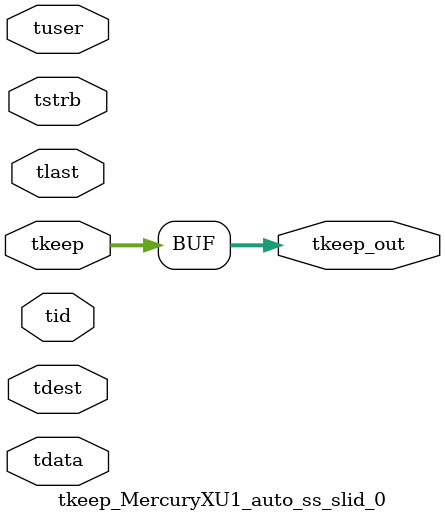
<source format=v>


`timescale 1ps/1ps

module tkeep_MercuryXU1_auto_ss_slid_0 #
(
parameter C_S_AXIS_TDATA_WIDTH = 32,
parameter C_S_AXIS_TUSER_WIDTH = 0,
parameter C_S_AXIS_TID_WIDTH   = 0,
parameter C_S_AXIS_TDEST_WIDTH = 0,
parameter C_M_AXIS_TDATA_WIDTH = 32
)
(
input  [(C_S_AXIS_TDATA_WIDTH == 0 ? 1 : C_S_AXIS_TDATA_WIDTH)-1:0     ] tdata,
input  [(C_S_AXIS_TUSER_WIDTH == 0 ? 1 : C_S_AXIS_TUSER_WIDTH)-1:0     ] tuser,
input  [(C_S_AXIS_TID_WIDTH   == 0 ? 1 : C_S_AXIS_TID_WIDTH)-1:0       ] tid,
input  [(C_S_AXIS_TDEST_WIDTH == 0 ? 1 : C_S_AXIS_TDEST_WIDTH)-1:0     ] tdest,
input  [(C_S_AXIS_TDATA_WIDTH/8)-1:0 ] tkeep,
input  [(C_S_AXIS_TDATA_WIDTH/8)-1:0 ] tstrb,
input                                                                    tlast,
output [(C_M_AXIS_TDATA_WIDTH/8)-1:0 ] tkeep_out
);

assign tkeep_out = {tkeep[3:0]};

endmodule


</source>
